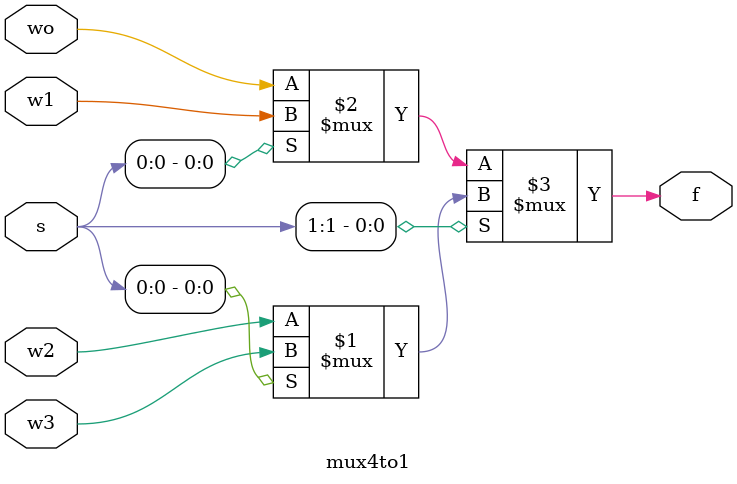
<source format=v>
module mux4to1(	// file.cleaned.mlir:2:3
  input        wo,	// file.cleaned.mlir:2:25
               w1,	// file.cleaned.mlir:2:38
               w2,	// file.cleaned.mlir:2:51
               w3,	// file.cleaned.mlir:2:64
  input  [1:0] s,	// file.cleaned.mlir:2:77
  output       f	// file.cleaned.mlir:2:90
);

  assign f = s[1] ? (s[0] ? w3 : w2) : s[0] ? w1 : wo;	// file.cleaned.mlir:3:10, :4:10, :5:10, :6:10, :7:10, :8:5
endmodule


</source>
